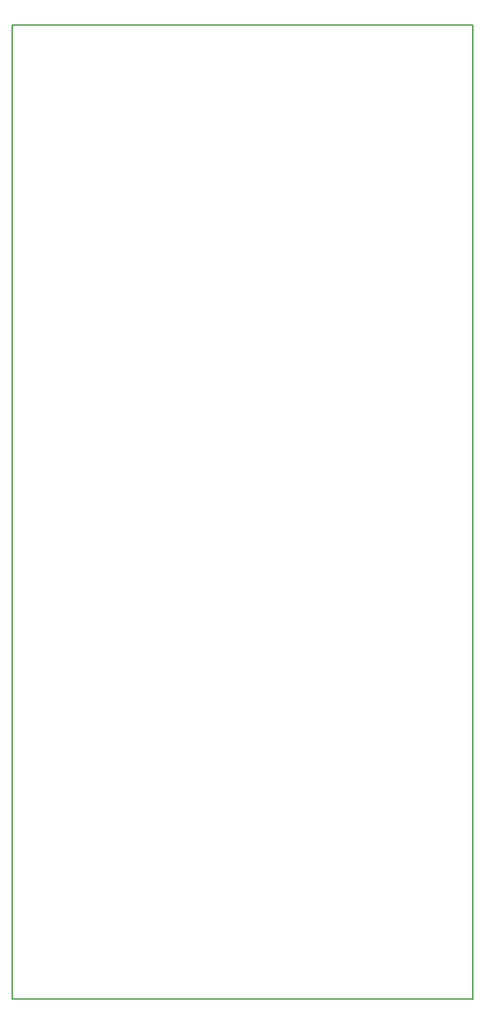
<source format=gbr>
G04 #@! TF.GenerationSoftware,KiCad,Pcbnew,(5.1.9)-1*
G04 #@! TF.CreationDate,2021-03-14T15:39:00+00:00*
G04 #@! TF.ProjectId,Retrospector_Panel,52657472-6f73-4706-9563-746f725f5061,rev?*
G04 #@! TF.SameCoordinates,Original*
G04 #@! TF.FileFunction,Profile,NP*
%FSLAX46Y46*%
G04 Gerber Fmt 4.6, Leading zero omitted, Abs format (unit mm)*
G04 Created by KiCad (PCBNEW (5.1.9)-1) date 2021-03-14 15:39:00*
%MOMM*%
%LPD*%
G01*
G04 APERTURE LIST*
G04 #@! TA.AperFunction,Profile*
%ADD10C,0.200000*%
G04 #@! TD*
G04 APERTURE END LIST*
D10*
X160400000Y-40800000D02*
X160400000Y-169300000D01*
X99600000Y-40800000D02*
X160400000Y-40800000D01*
X99600000Y-169300000D02*
X160400000Y-169300000D01*
X99600000Y-40800000D02*
X99600000Y-169300000D01*
M02*

</source>
